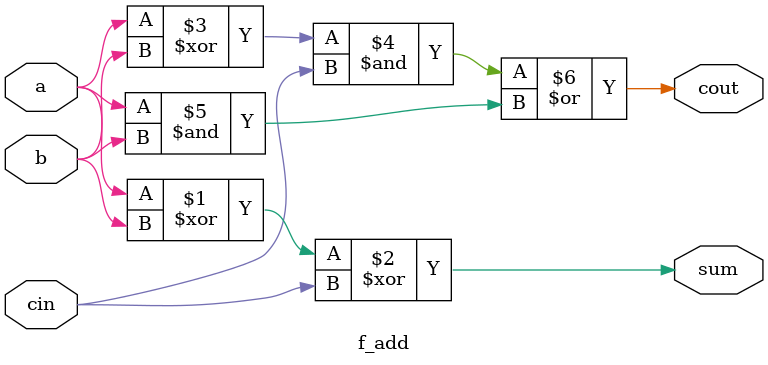
<source format=v>
module top_module( 
    input [2:0] a, b,
    input cin,
    output [2:0] cout,
    output [2:0] sum );
    f_add dut1(.a(a[0]),.b(b[0]),.cin(cin),.cout(cout[0]),.sum(sum[0]));
    f_add dut2(.a(a[1]),.b(b[1]),.cin(cout[0]),.cout(cout[1]),.sum(sum[1]));
    f_add dut3(.a(a[2]),.b(b[2]),.cin(cout[1]),.cout(cout[2]),.sum(sum[2]));

endmodule
module f_add( 
    input a, b, cin,
    output cout, sum );
    assign sum = a ^ b ^ cin;
    assign cout = (a ^ b)&cin | (a & b);

endmodule

</source>
